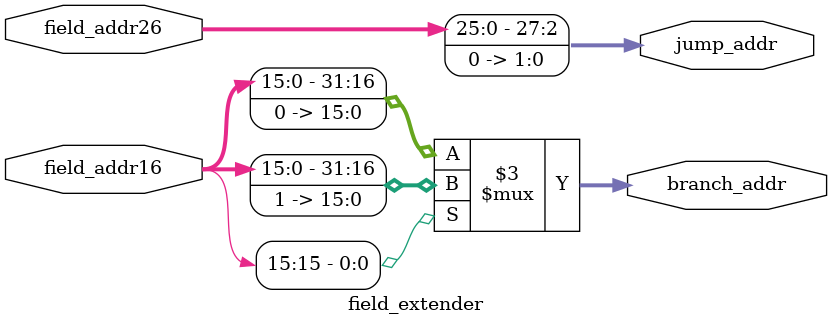
<source format=v>

/*
This module will actually be independent of program_counter.
This will let the ALU have access to the sign extended
immediate value without having to make a new sign extender.
*/

module field_extender ( field_addr16,
                        field_addr26,
                        branch_addr,
                        jump_addr);

// i/o
input  wire [15:0] field_addr16;
input  wire [25:0] field_addr26;

output reg  [31:0] branch_addr;
output reg  [27:0] jump_addr;

// combinational logic
always @ ( * ) begin

    jump_addr = {field_addr26, 2'b00};

    if (field_addr16[15])
        branch_addr = {field_addr16, 16'hffff};
    else
        branch_addr = {field_addr16, 16'h0000};

end // always @ *

endmodule // field_extender

</source>
